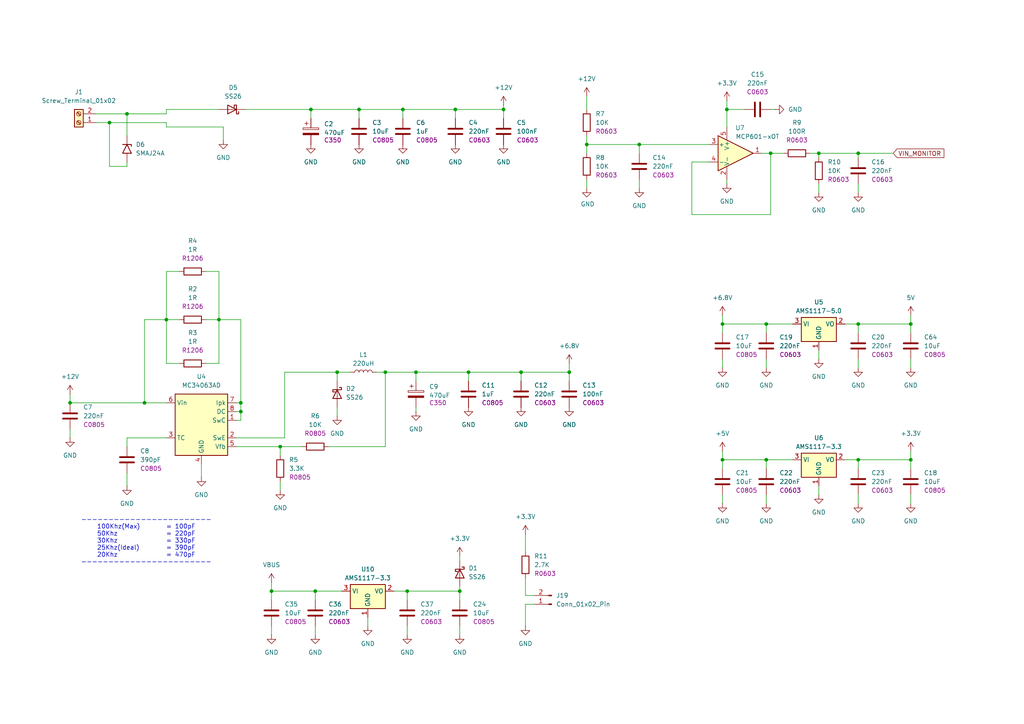
<source format=kicad_sch>
(kicad_sch (version 20250114) (generator "eeschema") (generator_version "9.0")
  (paper "A4")
  (lib_symbols
    (symbol "Amplifier_Operational:MCP601-xOT" (pin_names (offset 0.127))
      (property "Reference" "U" (at -1.27 6.35 0))
      (property "Value" "MCP601-xOT" (at -1.27 3.81 0))
      (symbol "MCP601-xOT_0_1"
        (polyline (pts (xy -5.08 5.08) (xy 5.08 0) (xy -5.08 -5.08) (xy -5.08 5.08)) (stroke (width 0.254)) (fill (type background)))
        (pin power_in line (at -2.54 7.62 270) (length 3.81) (name "V+") (number "5"))
        (pin power_in line (at -2.54 -7.62 90) (length 3.81) (name "V-") (number "2"))
      )
      (symbol "MCP601-xOT_1_1"
        (pin input line (at -7.62 2.54 0) (length 2.54) (name "+") (number "3"))
        (pin input line (at -7.62 -2.54 0) (length 2.54) (name "-") (number "4"))
        (pin output line (at 7.62 0 180) (length 2.54) (name "~") (number "1"))
      )
    )
    (symbol "Connector:Conn_01x02_Pin" (pin_names (offset 1.016) (hide yes))
      (property "Reference" "J" (at 0 2.54 0))
      (property "Value" "Conn_01x02_Pin" (at 0 -5.08 0))
      (symbol "Conn_01x02_Pin_1_1"
        (rectangle (start 0.8636 0.127) (end 0 -0.127) (stroke (width 0.1524)) (fill (type outline)))
        (rectangle (start 0.8636 -2.413) (end 0 -2.667) (stroke (width 0.1524)) (fill (type outline)))
        (polyline (pts (xy 1.27 0) (xy 0.8636 0)) (stroke (width 0.1524)))
        (polyline (pts (xy 1.27 -2.54) (xy 0.8636 -2.54)) (stroke (width 0.1524)))
        (pin passive line (at 5.08 0 180) (length 3.81) (name "Pin_1") (number "1"))
        (pin passive line (at 5.08 -2.54 180) (length 3.81) (name "Pin_2") (number "2"))
      )
    )
    (symbol "Connector:Screw_Terminal_01x02" (pin_names (offset 1.016) (hide yes))
      (property "Reference" "J" (at 0 2.54 0))
      (property "Value" "Screw_Terminal_01x02" (at 0 -5.08 0))
      (symbol "Screw_Terminal_01x02_1_1"
        (rectangle (start -1.27 1.27) (end 1.27 -3.81) (stroke (width 0.254)) (fill (type background)))
        (polyline (pts (xy -0.5334 0.3302) (xy 0.3302 -0.508)) (stroke (width 0.1524)))
        (polyline (pts (xy -0.5334 -2.2098) (xy 0.3302 -3.048)) (stroke (width 0.1524)))
        (polyline (pts (xy -0.3556 0.508) (xy 0.508 -0.3302)) (stroke (width 0.1524)))
        (polyline (pts (xy -0.3556 -2.032) (xy 0.508 -2.8702)) (stroke (width 0.1524)))
        (circle (center 0 0) (radius 0.635) (stroke (width 0.1524)))
        (circle (center 0 -2.54) (radius 0.635) (stroke (width 0.1524)))
        (pin passive line (at -5.08 0 0) (length 3.81) (name "Pin_1") (number "1"))
        (pin passive line (at -5.08 -2.54 0) (length 3.81) (name "Pin_2") (number "2"))
      )
    )
    (symbol "Device:C" (pin_numbers (hide yes)) (pin_names (offset 0.254))
      (property "Reference" "C" (at 0.635 2.54 0))
      (property "Value" "C" (at 0.635 -2.54 0))
      (symbol "C_0_1"
        (polyline (pts (xy -2.032 0.762) (xy 2.032 0.762)) (stroke (width 0.508)))
        (polyline (pts (xy -2.032 -0.762) (xy 2.032 -0.762)) (stroke (width 0.508)))
      )
      (symbol "C_1_1"
        (pin passive line (at 0 3.81 270) (length 2.794) (name "~") (number "1"))
        (pin passive line (at 0 -3.81 90) (length 2.794) (name "~") (number "2"))
      )
    )
    (symbol "Device:C_Polarized" (pin_numbers (hide yes)) (pin_names (offset 0.254))
      (property "Reference" "C" (at 0.635 2.54 0))
      (property "Value" "C_Polarized" (at 0.635 -2.54 0))
      (symbol "C_Polarized_0_1"
        (rectangle (start -2.286 0.508) (end 2.286 1.016))
        (polyline (pts (xy -1.778 2.286) (xy -0.762 2.286)))
        (polyline (pts (xy -1.27 2.794) (xy -1.27 1.778)))
        (rectangle (start 2.286 -0.508) (end -2.286 -1.016) (fill (type outline)))
      )
      (symbol "C_Polarized_1_1"
        (pin passive line (at 0 3.81 270) (length 2.794) (name "~") (number "1"))
        (pin passive line (at 0 -3.81 90) (length 2.794) (name "~") (number "2"))
      )
    )
    (symbol "Device:L" (pin_numbers (hide yes)) (pin_names (offset 1.016) (hide yes))
      (property "Reference" "L" (at -1.27 0 90))
      (property "Value" "L" (at 1.905 0 90))
      (symbol "L_0_1"
        (arc (start 0 2.54) (mid 0.6323 1.905) (end 0 1.27))
        (arc (start 0 1.27) (mid 0.6323 0.635) (end 0 0))
        (arc (start 0 0) (mid 0.6323 -0.635) (end 0 -1.27))
        (arc (start 0 -1.27) (mid 0.6323 -1.905) (end 0 -2.54))
      )
      (symbol "L_1_1"
        (pin passive line (at 0 3.81 270) (length 1.27) (name "1") (number "1"))
        (pin passive line (at 0 -3.81 90) (length 1.27) (name "2") (number "2"))
      )
    )
    (symbol "Device:R" (pin_numbers (hide yes)) (pin_names (offset 0))
      (property "Reference" "R" (at 2.032 0 90))
      (property "Value" "R" (at 0 0 90))
      (symbol "R_0_1"
        (rectangle (start -1.016 -2.54) (end 1.016 2.54) (stroke (width 0.254)))
      )
      (symbol "R_1_1"
        (pin passive line (at 0 3.81 270) (length 1.27) (name "~") (number "1"))
        (pin passive line (at 0 -3.81 90) (length 1.27) (name "~") (number "2"))
      )
    )
    (symbol "Diode:SMAJ24A" (pin_numbers (hide yes)) (pin_names (offset 1.016) (hide yes))
      (property "Reference" "D" (at 0 2.54 0))
      (property "Value" "SMAJ24A" (at 0 -2.54 0))
      (symbol "SMAJ24A_0_1"
        (polyline (pts (xy -0.762 1.27) (xy -1.27 1.27) (xy -1.27 -1.27)) (stroke (width 0.254)))
        (polyline (pts (xy 1.27 1.27) (xy 1.27 -1.27) (xy -1.27 0) (xy 1.27 1.27)) (stroke (width 0.254)))
      )
      (symbol "SMAJ24A_1_1"
        (pin passive line (at -3.81 0 0) (length 2.54) (name "A1") (number "1"))
        (pin passive line (at 3.81 0 180) (length 2.54) (name "A2") (number "2"))
      )
    )
    (symbol "Diode:SS26" (pin_numbers (hide yes)) (pin_names (offset 1.016) (hide yes))
      (property "Reference" "D" (at 0 2.54 0))
      (property "Value" "SS26" (at 0 -2.54 0))
      (symbol "SS26_0_1"
        (polyline (pts (xy -1.905 0.635) (xy -1.905 1.27) (xy -1.27 1.27) (xy -1.27 -1.27) (xy -0.635 -1.27) (xy -0.635 -0.635)) (stroke (width 0.254)))
        (polyline (pts (xy 1.27 1.27) (xy 1.27 -1.27) (xy -1.27 0) (xy 1.27 1.27)) (stroke (width 0.254)))
        (polyline (pts (xy 1.27 0) (xy -1.27 0)))
      )
      (symbol "SS26_1_1"
        (pin passive line (at -3.81 0 0) (length 2.54) (name "K") (number "1"))
        (pin passive line (at 3.81 0 180) (length 2.54) (name "A") (number "2"))
      )
    )
    (symbol "Regulator_Linear:AMS1117-3.3"
      (property "Reference" "U" (at -3.81 3.175 0))
      (property "Value" "AMS1117-3.3" (at 0 3.175 0))
      (symbol "AMS1117-3.3_0_1"
        (rectangle (start -5.08 -5.08) (end 5.08 1.905) (stroke (width 0.254)) (fill (type background)))
      )
      (symbol "AMS1117-3.3_1_1"
        (pin power_in line (at -7.62 0 0) (length 2.54) (name "VI") (number "3"))
        (pin power_in line (at 0 -7.62 90) (length 2.54) (name "GND") (number "1"))
        (pin power_out line (at 7.62 0 180) (length 2.54) (name "VO") (number "2"))
      )
    )
    (symbol "Regulator_Linear:AMS1117-5.0"
      (property "Reference" "U" (at -3.81 3.175 0))
      (property "Value" "AMS1117-5.0" (at 0 3.175 0))
      (symbol "AMS1117-5.0_0_1"
        (rectangle (start -5.08 -5.08) (end 5.08 1.905) (stroke (width 0.254)) (fill (type background)))
      )
      (symbol "AMS1117-5.0_1_1"
        (pin power_in line (at -7.62 0 0) (length 2.54) (name "VI") (number "3"))
        (pin power_in line (at 0 -7.62 90) (length 2.54) (name "GND") (number "1"))
        (pin power_out line (at 7.62 0 180) (length 2.54) (name "VO") (number "2"))
      )
    )
    (symbol "Regulator_Switching:MC34063AD"
      (property "Reference" "U" (at -7.62 8.89 0))
      (property "Value" "MC34063AD" (at 0 8.89 0))
      (symbol "MC34063AD_0_1"
        (rectangle (start -7.62 7.62) (end 7.62 -10.16) (stroke (width 0.254)) (fill (type background)))
      )
      (symbol "MC34063AD_1_1"
        (pin power_in line (at -10.16 5.08 0) (length 2.54) (name "Vin") (number "6"))
        (pin passive line (at -10.16 -5.08 0) (length 2.54) (name "TC") (number "3"))
        (pin power_in line (at 0 -12.7 90) (length 2.54) (name "GND") (number "4"))
        (pin input line (at 10.16 5.08 180) (length 2.54) (name "Ipk") (number "7"))
        (pin open_collector line (at 10.16 2.54 180) (length 2.54) (name "DC") (number "8"))
        (pin open_collector line (at 10.16 0 180) (length 2.54) (name "SwC") (number "1"))
        (pin open_emitter line (at 10.16 -5.08 180) (length 2.54) (name "SwE") (number "2"))
        (pin input line (at 10.16 -7.62 180) (length 2.54) (name "Vfb") (number "5"))
      )
    )
    (symbol "power:+3.3V" (power) (pin_numbers (hide yes)) (pin_names (offset 0) (hide yes))
      (property "Value" "+3.3V" (at 0 3.556 0))
      (symbol "+3.3V_0_1"
        (polyline (pts (xy -0.762 1.27) (xy 0 2.54)))
        (polyline (pts (xy 0 2.54) (xy 0.762 1.27)))
        (polyline (pts (xy 0 0) (xy 0 2.54)))
      )
      (symbol "+3.3V_1_1"
        (pin power_in line (at 0 0 90) (length 0) (name "~") (number "1"))
      )
    )
    (symbol "power:GND" (power) (pin_numbers (hide yes)) (pin_names (offset 0) (hide yes))
      (property "Value" "GND" (at 0 -3.81 0))
      (symbol "GND_0_1"
        (polyline (pts (xy 0 0) (xy 0 -1.27) (xy 1.27 -1.27) (xy 0 -2.54) (xy -1.27 -1.27) (xy 0 -1.27)))
      )
      (symbol "GND_1_1"
        (pin power_in line (at 0 0 270) (length 0) (name "~") (number "1"))
      )
    )
  )
  (text "------------------------\n100Khz(Max) 	= 100pF\n50Khz 			= 220pF\n30Khz			= 330pF\n25Khz(Ideal) 	= 390pF\n20Khz			= 470pF\n------------------------" (at 42.418 156.972 0) (effects (font (size 1.27 1.27))))
  (junction (at 48.26 92.71))
  (junction (at 237.49 44.45))
  (junction (at 248.92 133.35))
  (junction (at 210.82 31.75))
  (junction (at 185.42 41.91))
  (junction (at 91.44 171.45))
  (junction (at 81.28 129.54))
  (junction (at 135.89 107.95))
  (junction (at 146.05 31.75))
  (junction (at 31.75 35.56))
  (junction (at 151.13 107.95))
  (junction (at 120.65 107.95))
  (junction (at 36.83 33.02))
  (junction (at 132.08 31.75))
  (junction (at 69.85 119.38))
  (junction (at 209.55 133.35))
  (junction (at 78.74 171.45))
  (junction (at 111.76 107.95))
  (junction (at 97.79 107.95))
  (junction (at 165.1 107.95))
  (junction (at 90.17 31.75))
  (junction (at 264.16 93.98))
  (junction (at 222.25 133.35))
  (junction (at 69.85 116.84))
  (junction (at 209.55 93.98))
  (junction (at 223.52 44.45))
  (junction (at 264.16 133.35))
  (junction (at 104.14 31.75))
  (junction (at 63.5 92.71))
  (junction (at 116.84 31.75))
  (junction (at 41.91 116.84))
  (junction (at 133.35 171.45))
  (junction (at 248.92 93.98))
  (junction (at 20.32 116.84))
  (junction (at 118.11 171.45))
  (junction (at 222.25 93.98))
  (junction (at 170.18 41.91))
  (junction (at 248.92 44.45))
  (wire (pts (xy 209.55 93.98) (xy 222.25 93.98)))
  (wire (pts (xy 132.08 31.75) (xy 146.05 31.75)))
  (wire (pts (xy 248.92 133.35) (xy 248.92 135.89)))
  (wire (pts (xy 185.42 41.91) (xy 205.74 41.91)))
  (wire (pts (xy 78.74 171.45) (xy 78.74 173.99)))
  (wire (pts (xy 222.25 96.52) (xy 222.25 93.98)))
  (wire (pts (xy 36.83 33.02) (xy 48.26 33.02)))
  (wire (pts (xy 36.83 129.54) (xy 36.83 127)))
  (wire (pts (xy 133.35 171.45) (xy 133.35 173.99)))
  (wire (pts (xy 223.52 44.45) (xy 227.33 44.45)))
  (wire (pts (xy 248.92 93.98) (xy 264.16 93.98)))
  (wire (pts (xy 69.85 121.92) (xy 69.85 119.38)))
  (wire (pts (xy 152.4 175.26) (xy 152.4 181.61)))
  (wire (pts (xy 248.92 53.34) (xy 248.92 55.88)))
  (wire (pts (xy 264.16 91.44) (xy 264.16 93.98)))
  (wire (pts (xy 152.4 175.26) (xy 154.94 175.26)))
  (wire (pts (xy 209.55 91.44) (xy 209.55 93.98)))
  (wire (pts (xy 264.16 104.14) (xy 264.16 106.68)))
  (wire (pts (xy 223.52 31.75) (xy 224.79 31.75)))
  (wire (pts (xy 82.55 107.95) (xy 82.55 127)))
  (wire (pts (xy 48.26 92.71) (xy 48.26 105.41)))
  (wire (pts (xy 52.07 78.74) (xy 48.26 78.74)))
  (wire (pts (xy 90.17 31.75) (xy 104.14 31.75)))
  (wire (pts (xy 69.85 116.84) (xy 68.58 116.84)))
  (wire (pts (xy 222.25 104.14) (xy 222.25 106.68)))
  (wire (pts (xy 82.55 107.95) (xy 97.79 107.95)))
  (wire (pts (xy 210.82 31.75) (xy 215.9 31.75)))
  (wire (pts (xy 170.18 27.94) (xy 170.18 31.75)))
  (wire (pts (xy 63.5 105.41) (xy 63.5 92.71)))
  (wire (pts (xy 237.49 45.72) (xy 237.49 44.45)))
  (wire (pts (xy 223.52 62.23) (xy 223.52 44.45)))
  (wire (pts (xy 248.92 44.45) (xy 259.08 44.45)))
  (wire (pts (xy 48.26 78.74) (xy 48.26 92.71)))
  (wire (pts (xy 63.5 92.71) (xy 63.5 78.74)))
  (wire (pts (xy 68.58 127) (xy 82.55 127)))
  (wire (pts (xy 133.35 161.29) (xy 133.35 162.56)))
  (wire (pts (xy 81.28 129.54) (xy 87.63 129.54)))
  (wire (pts (xy 27.94 33.02) (xy 36.83 33.02)))
  (wire (pts (xy 97.79 107.95) (xy 97.79 110.49)))
  (wire (pts (xy 58.42 134.62) (xy 58.42 138.43)))
  (wire (pts (xy 264.16 143.51) (xy 264.16 146.05)))
  (wire (pts (xy 97.79 107.95) (xy 101.6 107.95)))
  (wire (pts (xy 200.66 62.23) (xy 223.52 62.23)))
  (wire (pts (xy 152.4 167.64) (xy 152.4 172.72)))
  (wire (pts (xy 264.16 130.81) (xy 264.16 133.35)))
  (wire (pts (xy 248.92 133.35) (xy 264.16 133.35)))
  (wire (pts (xy 132.08 31.75) (xy 132.08 34.29)))
  (wire (pts (xy 205.74 46.99) (xy 200.66 46.99)))
  (wire (pts (xy 69.85 119.38) (xy 69.85 116.84)))
  (wire (pts (xy 237.49 140.97) (xy 237.49 143.51)))
  (wire (pts (xy 48.26 92.71) (xy 41.91 92.71)))
  (wire (pts (xy 68.58 119.38) (xy 69.85 119.38)))
  (wire (pts (xy 81.28 139.7) (xy 81.28 142.24)))
  (wire (pts (xy 91.44 171.45) (xy 99.06 171.45)))
  (wire (pts (xy 185.42 41.91) (xy 170.18 41.91)))
  (wire (pts (xy 48.26 36.83) (xy 64.77 36.83)))
  (wire (pts (xy 41.91 92.71) (xy 41.91 116.84)))
  (wire (pts (xy 48.26 92.71) (xy 52.07 92.71)))
  (wire (pts (xy 71.12 31.75) (xy 90.17 31.75)))
  (wire (pts (xy 248.92 93.98) (xy 248.92 96.52)))
  (wire (pts (xy 118.11 171.45) (xy 118.11 173.99)))
  (wire (pts (xy 133.35 170.18) (xy 133.35 171.45)))
  (wire (pts (xy 146.05 30.48) (xy 146.05 31.75)))
  (wire (pts (xy 78.74 168.91) (xy 78.74 171.45)))
  (wire (pts (xy 264.16 133.35) (xy 264.16 135.89)))
  (wire (pts (xy 69.85 116.84) (xy 69.85 92.71)))
  (wire (pts (xy 90.17 34.29) (xy 90.17 31.75)))
  (wire (pts (xy 152.4 172.72) (xy 154.94 172.72)))
  (wire (pts (xy 69.85 92.71) (xy 63.5 92.71)))
  (wire (pts (xy 222.25 133.35) (xy 229.87 133.35)))
  (wire (pts (xy 151.13 110.49) (xy 151.13 107.95)))
  (wire (pts (xy 222.25 143.51) (xy 222.25 146.05)))
  (wire (pts (xy 133.35 181.61) (xy 133.35 184.15)))
  (wire (pts (xy 165.1 110.49) (xy 165.1 107.95)))
  (wire (pts (xy 111.76 107.95) (xy 111.76 129.54)))
  (wire (pts (xy 20.32 124.46) (xy 20.32 127)))
  (wire (pts (xy 237.49 53.34) (xy 237.49 55.88)))
  (wire (pts (xy 222.25 135.89) (xy 222.25 133.35)))
  (wire (pts (xy 120.65 110.49) (xy 120.65 107.95)))
  (wire (pts (xy 118.11 181.61) (xy 118.11 184.15)))
  (wire (pts (xy 248.92 45.72) (xy 248.92 44.45)))
  (wire (pts (xy 64.77 40.64) (xy 64.77 36.83)))
  (wire (pts (xy 63.5 78.74) (xy 59.69 78.74)))
  (wire (pts (xy 20.32 116.84) (xy 41.91 116.84)))
  (wire (pts (xy 210.82 52.07) (xy 210.82 53.34)))
  (wire (pts (xy 152.4 154.94) (xy 152.4 160.02)))
  (wire (pts (xy 104.14 31.75) (xy 104.14 34.29)))
  (wire (pts (xy 185.42 44.45) (xy 185.42 41.91)))
  (wire (pts (xy 209.55 93.98) (xy 209.55 96.52)))
  (wire (pts (xy 245.11 93.98) (xy 248.92 93.98)))
  (wire (pts (xy 151.13 107.95) (xy 135.89 107.95)))
  (wire (pts (xy 36.83 46.99) (xy 36.83 48.26)))
  (wire (pts (xy 264.16 93.98) (xy 264.16 96.52)))
  (wire (pts (xy 111.76 107.95) (xy 120.65 107.95)))
  (wire (pts (xy 109.22 107.95) (xy 111.76 107.95)))
  (wire (pts (xy 200.66 46.99) (xy 200.66 62.23)))
  (wire (pts (xy 248.92 143.51) (xy 248.92 146.05)))
  (wire (pts (xy 248.92 104.14) (xy 248.92 106.68)))
  (wire (pts (xy 222.25 93.98) (xy 229.87 93.98)))
  (wire (pts (xy 237.49 44.45) (xy 234.95 44.45)))
  (wire (pts (xy 91.44 173.99) (xy 91.44 171.45)))
  (wire (pts (xy 209.55 143.51) (xy 209.55 146.05)))
  (wire (pts (xy 165.1 105.41) (xy 165.1 107.95)))
  (wire (pts (xy 120.65 118.11) (xy 120.65 119.38)))
  (wire (pts (xy 68.58 121.92) (xy 69.85 121.92)))
  (wire (pts (xy 78.74 171.45) (xy 91.44 171.45)))
  (wire (pts (xy 237.49 101.6) (xy 237.49 104.14)))
  (wire (pts (xy 91.44 181.61) (xy 91.44 184.15)))
  (wire (pts (xy 104.14 31.75) (xy 116.84 31.75)))
  (wire (pts (xy 36.83 127) (xy 48.26 127)))
  (wire (pts (xy 185.42 52.07) (xy 185.42 54.61)))
  (wire (pts (xy 135.89 110.49) (xy 135.89 107.95)))
  (wire (pts (xy 36.83 137.16) (xy 36.83 140.97)))
  (wire (pts (xy 106.68 179.07) (xy 106.68 181.61)))
  (wire (pts (xy 97.79 118.11) (xy 97.79 120.65)))
  (wire (pts (xy 210.82 29.21) (xy 210.82 31.75)))
  (wire (pts (xy 31.75 35.56) (xy 31.75 48.26)))
  (wire (pts (xy 209.55 104.14) (xy 209.55 106.68)))
  (wire (pts (xy 223.52 44.45) (xy 220.98 44.45)))
  (wire (pts (xy 36.83 48.26) (xy 31.75 48.26)))
  (wire (pts (xy 248.92 44.45) (xy 237.49 44.45)))
  (wire (pts (xy 27.94 35.56) (xy 31.75 35.56)))
  (wire (pts (xy 36.83 33.02) (xy 36.83 39.37)))
  (wire (pts (xy 48.26 105.41) (xy 52.07 105.41)))
  (wire (pts (xy 114.3 171.45) (xy 118.11 171.45)))
  (wire (pts (xy 210.82 31.75) (xy 210.82 36.83)))
  (wire (pts (xy 20.32 114.3) (xy 20.32 116.84)))
  (wire (pts (xy 31.75 35.56) (xy 48.26 35.56)))
  (wire (pts (xy 81.28 129.54) (xy 81.28 132.08)))
  (wire (pts (xy 78.74 181.61) (xy 78.74 184.15)))
  (wire (pts (xy 95.25 129.54) (xy 111.76 129.54)))
  (wire (pts (xy 116.84 31.75) (xy 132.08 31.75)))
  (wire (pts (xy 48.26 35.56) (xy 48.26 36.83)))
  (wire (pts (xy 146.05 31.75) (xy 146.05 34.29)))
  (wire (pts (xy 209.55 130.81) (xy 209.55 133.35)))
  (wire (pts (xy 170.18 39.37) (xy 170.18 41.91)))
  (wire (pts (xy 41.91 116.84) (xy 48.26 116.84)))
  (wire (pts (xy 170.18 41.91) (xy 170.18 44.45)))
  (wire (pts (xy 118.11 171.45) (xy 133.35 171.45)))
  (wire (pts (xy 209.55 133.35) (xy 222.25 133.35)))
  (wire (pts (xy 120.65 107.95) (xy 135.89 107.95)))
  (wire (pts (xy 59.69 92.71) (xy 63.5 92.71)))
  (wire (pts (xy 48.26 33.02) (xy 48.26 31.75)))
  (wire (pts (xy 165.1 107.95) (xy 151.13 107.95)))
  (wire (pts (xy 245.11 133.35) (xy 248.92 133.35)))
  (wire (pts (xy 59.69 105.41) (xy 63.5 105.41)))
  (wire (pts (xy 68.58 129.54) (xy 81.28 129.54)))
  (wire (pts (xy 209.55 133.35) (xy 209.55 135.89)))
  (wire (pts (xy 170.18 52.07) (xy 170.18 54.61)))
  (wire (pts (xy 116.84 31.75) (xy 116.84 34.29)))
  (wire (pts (xy 48.26 31.75) (xy 63.5 31.75)))
  (global_label "VIN_MONITOR" (shape input) (at 259.08 44.45 0) (property "Intersheetrefs" "${INTERSHEET_REFS}" (effects (hide yes))))
  (symbol (lib_id "power:GND") (at 151.13 118.11 0) (unit 1)
    (property "Reference" "#PWR017" (effects (hide yes)))
    (property "Value" "GND" (at 151.13 123.19 0))
    (property "Description" "Power symbol creates a global label with name \"GND\" , ground" (effects (hide yes)))
  )
  (symbol (lib_id "power:GND") (at 106.68 181.61 0) (unit 1)
    (property "Reference" "#PWR073" (effects (hide yes)))
    (property "Value" "GND" (at 106.68 186.69 0))
    (property "Description" "Power symbol creates a global label with name \"GND\" , ground" (effects (hide yes)))
  )
  (symbol (lib_id "Device:R") (at 170.18 35.56 0) (unit 1)
    (property "Reference" "R7" (at 172.72 33.0199 0) (effects (justify left)))
    (property "Value" "10K" (at 172.72 35.5599 0) (effects (justify left)))
    (property "Footprint" "Resistor_SMD:R_0603_1608Metric" (effects (hide yes)))
    (property "Description" "Resistor" (effects (hide yes)))
    (property "Package" "R0603" (at 172.72 38.0999 0) (effects (justify left)))
  )
  (symbol (lib_id "power:GND") (at 152.4 181.61 0) (unit 1)
    (property "Reference" "#PWR049" (effects (hide yes)))
    (property "Value" "GND" (at 152.4 186.69 0))
    (property "Description" "Power symbol creates a global label with name \"GND\" , ground" (effects (hide yes)))
  )
  (symbol (lib_id "power:+3.3V") (at 264.16 91.44 0) (unit 1)
    (property "Reference" "#PWR035" (effects (hide yes)))
    (property "Value" "5V" (at 264.16 86.36 0))
    (property "Description" "Power symbol creates a global label with name \"+3.3V\"" (effects (hide yes)))
  )
  (symbol (lib_id "Device:R") (at 231.14 44.45 90) (unit 1)
    (property "Reference" "R9" (at 231.14 35.56 90))
    (property "Value" "100R" (at 231.14 38.1 90))
    (property "Footprint" "Resistor_SMD:R_0603_1608Metric" (effects (hide yes)))
    (property "Description" "Resistor" (effects (hide yes)))
    (property "Package" "R0603" (at 231.14 40.64 90))
  )
  (symbol (lib_id "power:+3.3V") (at 20.32 114.3 0) (unit 1)
    (property "Reference" "#PWR010" (effects (hide yes)))
    (property "Value" "+12V" (at 20.32 109.22 0))
    (property "Description" "Power symbol creates a global label with name \"+3.3V\"" (effects (hide yes)))
  )
  (symbol (lib_id "Device:C") (at 165.1 114.3 0) (unit 1)
    (property "Reference" "C13" (at 168.91 111.7599 0) (effects (justify left)))
    (property "Value" "100nF" (at 168.91 114.2999 0) (effects (justify left)))
    (property "Footprint" "Capacitor_SMD:C_0603_1608Metric" (effects (hide yes)))
    (property "Description" "Unpolarized capacitor" (effects (hide yes)))
    (property "Package" "C0603" (at 168.91 116.8399 0) (effects (justify left)))
  )
  (symbol (lib_id "power:+3.3V") (at 133.35 161.29 0) (unit 1)
    (property "Reference" "#PWR075" (effects (hide yes)))
    (property "Value" "+3.3V" (at 133.35 156.21 0))
    (property "Description" "Power symbol creates a global label with name \"+3.3V\"" (effects (hide yes)))
  )
  (symbol (lib_id "power:GND") (at 135.89 118.11 0) (unit 1)
    (property "Reference" "#PWR016" (effects (hide yes)))
    (property "Value" "GND" (at 135.89 123.19 0))
    (property "Description" "Power symbol creates a global label with name \"GND\" , ground" (effects (hide yes)))
  )
  (symbol (lib_id "Device:R") (at 81.28 135.89 180) (unit 1)
    (property "Reference" "R5" (at 83.82 133.3499 0) (effects (justify right)))
    (property "Value" "3.3K" (at 83.82 135.8899 0) (effects (justify right)))
    (property "Footprint" "Resistor_SMD:R_0805_2012Metric" (effects (hide yes)))
    (property "Description" "Resistor" (effects (hide yes)))
    (property "Package" "R0805" (at 83.82 138.4299 0) (effects (justify right)))
  )
  (symbol (lib_id "power:+3.3V") (at 146.05 30.48 0) (unit 1)
    (property "Reference" "#PWR09" (effects (hide yes)))
    (property "Value" "+12V" (at 146.05 25.4 0))
    (property "Description" "Power symbol creates a global label with name \"+3.3V\"" (effects (hide yes)))
  )
  (symbol (lib_id "power:GND") (at 116.84 41.91 0) (unit 1)
    (property "Reference" "#PWR06" (effects (hide yes)))
    (property "Value" "GND" (at 116.84 46.99 0))
    (property "Description" "Power symbol creates a global label with name \"GND\" , ground" (effects (hide yes)))
  )
  (symbol (lib_id "Diode:SS26") (at 133.35 166.37 270) (unit 1)
    (property "Reference" "D1" (at 135.89 164.7824 90) (effects (justify left)))
    (property "Value" "SS26" (at 135.89 167.3224 90) (effects (justify left)))
    (property "Footprint" "Diode_SMD:D_SMA" (effects (hide yes)))
    (property "Datasheet" "https://www.vishay.com/docs/88748/ss22.pdf" (effects (hide yes)))
    (property "Description" "60V 2A Schottky Diode, SMA" (effects (hide yes)))
  )
  (symbol (lib_id "Device:R") (at 170.18 48.26 0) (unit 1)
    (property "Reference" "R8" (at 172.72 45.7199 0) (effects (justify left)))
    (property "Value" "10K" (at 172.72 48.2599 0) (effects (justify left)))
    (property "Footprint" "Resistor_SMD:R_0603_1608Metric" (effects (hide yes)))
    (property "Description" "Resistor" (effects (hide yes)))
    (property "Package" "R0603" (at 172.72 50.7999 0) (effects (justify left)))
  )
  (symbol (lib_id "power:GND") (at 20.32 127 0) (unit 1)
    (property "Reference" "#PWR014" (effects (hide yes)))
    (property "Value" "GND" (at 20.32 132.08 0))
    (property "Description" "Power symbol creates a global label with name \"GND\" , ground" (effects (hide yes)))
  )
  (symbol (lib_id "Device:C") (at 78.74 177.8 0) (unit 1)
    (property "Reference" "C35" (at 82.55 175.2599 0) (effects (justify left)))
    (property "Value" "10uF" (at 82.55 177.7999 0) (effects (justify left)))
    (property "Footprint" "Capacitor_SMD:C_0805_2012Metric" (effects (hide yes)))
    (property "Description" "Unpolarized capacitor" (effects (hide yes)))
    (property "Package" "C0805" (at 82.55 180.3399 0) (effects (justify left)))
  )
  (symbol (lib_id "Regulator_Linear:AMS1117-3.3") (at 106.68 171.45 0) (unit 1)
    (property "Reference" "U10" (at 106.68 165.1 0))
    (property "Value" "AMS1117-3.3" (at 106.68 167.64 0))
    (property "Footprint" "Package_TO_SOT_SMD:SOT-223-3_TabPin2" (effects (hide yes)))
    (property "Datasheet" "http://www.advanced-monolithic.com/pdf/ds1117.pdf" (effects (hide yes)))
    (property "Description" "1A Low Dropout regulator, positive, 3.3V fixed output, SOT-223" (effects (hide yes)))
  )
  (symbol (lib_id "Device:C") (at 209.55 100.33 0) (unit 1)
    (property "Reference" "C17" (at 213.36 97.7899 0) (effects (justify left)))
    (property "Value" "10uF" (at 213.36 100.3299 0) (effects (justify left)))
    (property "Footprint" "Capacitor_SMD:C_0805_2012Metric" (effects (hide yes)))
    (property "Description" "Unpolarized capacitor" (effects (hide yes)))
    (property "Package" "C0805" (at 213.36 102.8699 0) (effects (justify left)))
  )
  (symbol (lib_id "power:GND") (at 224.79 31.75 90) (unit 1)
    (property "Reference" "#PWR028" (effects (hide yes)))
    (property "Value" "GND" (at 228.6 31.7499 90) (effects (justify right)))
    (property "Description" "Power symbol creates a global label with name \"GND\" , ground" (effects (hide yes)))
  )
  (symbol (lib_id "power:GND") (at 97.79 120.65 0) (unit 1)
    (property "Reference" "#PWR015" (effects (hide yes)))
    (property "Value" "GND" (at 97.79 125.73 0))
    (property "Description" "Power symbol creates a global label with name \"GND\" , ground" (effects (hide yes)))
  )
  (symbol (lib_id "Device:C") (at 219.71 31.75 90) (unit 1)
    (property "Reference" "C15" (at 219.71 21.59 90))
    (property "Value" "220nF" (at 219.71 24.13 90))
    (property "Footprint" "Capacitor_SMD:C_0603_1608Metric" (effects (hide yes)))
    (property "Description" "Unpolarized capacitor" (effects (hide yes)))
    (property "Package" "C0603" (at 219.71 26.67 90))
  )
  (symbol (lib_id "Regulator_Switching:MC34063AD") (at 58.42 121.92 0) (unit 1)
    (property "Reference" "U4" (at 58.42 109.22 0))
    (property "Value" "MC34063AD" (at 58.42 111.76 0))
    (property "Footprint" "Package_SO:SOIC-8_3.9x4.9mm_P1.27mm" (effects (hide yes)))
    (property "Datasheet" "http://www.onsemi.com/pub_link/Collateral/MC34063A-D.PDF" (effects (hide yes)))
    (property "Description" "1.5A, step-up/down/inverting switching regulator, 3-40V Vin, 100kHz, SO-8" (effects (hide yes)))
  )
  (symbol (lib_id "Device:C_Polarized") (at 120.65 114.3 0) (unit 1)
    (property "Reference" "C9" (at 124.46 112.1409 0) (effects (justify left)))
    (property "Value" "470uF" (at 124.46 114.6809 0) (effects (justify left)))
    (property "Footprint" "Capacitor_THT:CP_Radial_D8.0mm_P3.50mm" (effects (hide yes)))
    (property "Description" "Polarized capacitor" (effects (hide yes)))
    (property "Package" "C350" (at 127 116.84 0))
  )
  (symbol (lib_id "Device:R") (at 237.49 49.53 0) (unit 1)
    (property "Reference" "R10" (at 240.03 46.9899 0) (effects (justify left)))
    (property "Value" "10K" (at 240.03 49.5299 0) (effects (justify left)))
    (property "Footprint" "Resistor_SMD:R_0603_1608Metric" (effects (hide yes)))
    (property "Description" "Resistor" (effects (hide yes)))
    (property "Package" "R0603" (at 240.03 52.0699 0) (effects (justify left)))
  )
  (symbol (lib_id "Device:C") (at 248.92 139.7 0) (unit 1)
    (property "Reference" "C23" (at 252.73 137.1599 0) (effects (justify left)))
    (property "Value" "220nF" (at 252.73 139.6999 0) (effects (justify left)))
    (property "Footprint" "Capacitor_SMD:C_0603_1608Metric" (effects (hide yes)))
    (property "Description" "Unpolarized capacitor" (effects (hide yes)))
    (property "Package" "C0603" (at 252.73 142.2399 0) (effects (justify left)))
  )
  (symbol (lib_id "power:GND") (at 170.18 54.61 0) (unit 1)
    (property "Reference" "#PWR024" (effects (hide yes)))
    (property "Value" "GND" (at 170.434 59.182 0))
    (property "Description" "Power symbol creates a global label with name \"GND\" , ground" (effects (hide yes)))
  )
  (symbol (lib_id "power:GND") (at 90.17 41.91 0) (unit 1)
    (property "Reference" "#PWR04" (effects (hide yes)))
    (property "Value" "GND" (at 90.17 46.99 0))
    (property "Description" "Power symbol creates a global label with name \"GND\" , ground" (effects (hide yes)))
  )
  (symbol (lib_id "power:GND") (at 248.92 106.68 0) (unit 1)
    (property "Reference" "#PWR039" (effects (hide yes)))
    (property "Value" "GND" (at 248.92 111.76 0))
    (property "Description" "Power symbol creates a global label with name \"GND\" , ground" (effects (hide yes)))
  )
  (symbol (lib_id "power:GND") (at 146.05 41.91 0) (unit 1)
    (property "Reference" "#PWR08" (effects (hide yes)))
    (property "Value" "GND" (at 146.05 46.99 0))
    (property "Description" "Power symbol creates a global label with name \"GND\" , ground" (effects (hide yes)))
  )
  (symbol (lib_id "power:GND") (at 104.14 41.91 0) (unit 1)
    (property "Reference" "#PWR05" (effects (hide yes)))
    (property "Value" "GND" (at 104.14 46.99 0))
    (property "Description" "Power symbol creates a global label with name \"GND\" , ground" (effects (hide yes)))
  )
  (symbol (lib_id "Device:C") (at 264.16 139.7 0) (unit 1)
    (property "Reference" "C18" (at 267.97 137.1599 0) (effects (justify left)))
    (property "Value" "10uF" (at 267.97 139.6999 0) (effects (justify left)))
    (property "Footprint" "Capacitor_SMD:C_0805_2012Metric" (effects (hide yes)))
    (property "Description" "Unpolarized capacitor" (effects (hide yes)))
    (property "Package" "C0805" (at 267.97 142.2399 0) (effects (justify left)))
  )
  (symbol (lib_id "power:GND") (at 248.92 55.88 0) (unit 1)
    (property "Reference" "#PWR033" (effects (hide yes)))
    (property "Value" "GND" (at 248.92 60.96 0))
    (property "Description" "Power symbol creates a global label with name \"GND\" , ground" (effects (hide yes)))
  )
  (symbol (lib_id "Device:C") (at 248.92 49.53 0) (unit 1)
    (property "Reference" "C16" (at 252.73 46.9899 0) (effects (justify left)))
    (property "Value" "220nF" (at 252.73 49.5299 0) (effects (justify left)))
    (property "Footprint" "Capacitor_SMD:C_0603_1608Metric" (effects (hide yes)))
    (property "Description" "Unpolarized capacitor" (effects (hide yes)))
    (property "Package" "C0603" (at 252.73 52.0699 0) (effects (justify left)))
  )
  (symbol (lib_id "power:+3.3V") (at 170.18 27.94 0) (unit 1)
    (property "Reference" "#PWR023" (effects (hide yes)))
    (property "Value" "+12V" (at 170.18 22.86 0))
    (property "Description" "Power symbol creates a global label with name \"+3.3V\"" (effects (hide yes)))
  )
  (symbol (lib_id "Device:C") (at 132.08 38.1 0) (unit 1)
    (property "Reference" "C4" (at 135.89 35.5599 0) (effects (justify left)))
    (property "Value" "220nF" (at 135.89 38.0999 0) (effects (justify left)))
    (property "Footprint" "Capacitor_SMD:C_0603_1608Metric" (effects (hide yes)))
    (property "Description" "Unpolarized capacitor" (effects (hide yes)))
    (property "Package" "C0603" (at 135.89 40.6399 0) (effects (justify left)))
  )
  (symbol (lib_id "Device:C_Polarized") (at 90.17 38.1 0) (unit 1)
    (property "Reference" "C2" (at 93.98 35.9409 0) (effects (justify left)))
    (property "Value" "470uF" (at 93.98 38.4809 0) (effects (justify left)))
    (property "Footprint" "Capacitor_THT:CP_Radial_D8.0mm_P3.50mm" (effects (hide yes)))
    (property "Description" "Polarized capacitor" (effects (hide yes)))
    (property "Package" "C350" (at 96.52 40.64 0))
  )
  (symbol (lib_id "Connector:Conn_01x02_Pin") (at 160.02 175.26 180) (unit 1)
    (property "Reference" "J19" (at 161.29 172.7199 0) (effects (justify right)))
    (property "Value" "Conn_01x02_Pin" (at 161.29 175.2599 0) (effects (justify right)))
    (property "Footprint" "Connector_PinHeader_2.54mm:PinHeader_1x02_P2.54mm_Vertical" (effects (hide yes)))
    (property "Description" "Generic connector, single row, 01x02, script generated" (effects (hide yes)))
  )
  (symbol (lib_id "Device:C") (at 151.13 114.3 0) (unit 1)
    (property "Reference" "C12" (at 154.94 111.7599 0) (effects (justify left)))
    (property "Value" "220nF" (at 154.94 114.2999 0) (effects (justify left)))
    (property "Footprint" "Capacitor_SMD:C_0603_1608Metric" (effects (hide yes)))
    (property "Description" "Unpolarized capacitor" (effects (hide yes)))
    (property "Package" "C0603" (at 154.94 116.8399 0) (effects (justify left)))
  )
  (symbol (lib_id "power:GND") (at 120.65 119.38 0) (unit 1)
    (property "Reference" "#PWR021" (effects (hide yes)))
    (property "Value" "GND" (at 120.65 124.46 0))
    (property "Description" "Power symbol creates a global label with name \"GND\" , ground" (effects (hide yes)))
  )
  (symbol (lib_id "Device:R") (at 55.88 78.74 90) (unit 1)
    (property "Reference" "R4" (at 55.88 69.85 90))
    (property "Value" "1R" (at 55.88 72.39 90))
    (property "Footprint" "Resistor_SMD:R_1206_3216Metric" (effects (hide yes)))
    (property "Description" "Resistor" (effects (hide yes)))
    (property "Package" "R1206" (at 55.88 74.93 90))
  )
  (symbol (lib_id "power:+3.3V") (at 165.1 105.41 0) (unit 1)
    (property "Reference" "#PWR022" (effects (hide yes)))
    (property "Value" "+6.8V" (at 165.1 100.33 0))
    (property "Description" "Power symbol creates a global label with name \"+3.3V\"" (effects (hide yes)))
  )
  (symbol (lib_id "Device:C") (at 264.16 100.33 0) (unit 1)
    (property "Reference" "C64" (at 267.97 97.7899 0) (effects (justify left)))
    (property "Value" "10uF" (at 267.97 100.3299 0) (effects (justify left)))
    (property "Footprint" "Capacitor_SMD:C_0805_2012Metric" (effects (hide yes)))
    (property "Description" "Unpolarized capacitor" (effects (hide yes)))
    (property "Package" "C0805" (at 267.97 102.8699 0) (effects (justify left)))
  )
  (symbol (lib_id "Device:C") (at 135.89 114.3 0) (unit 1)
    (property "Reference" "C11" (at 139.7 111.7599 0) (effects (justify left)))
    (property "Value" "1uF" (at 139.7 114.2999 0) (effects (justify left)))
    (property "Footprint" "Capacitor_SMD:C_0805_2012Metric" (effects (hide yes)))
    (property "Description" "Unpolarized capacitor" (effects (hide yes)))
    (property "Package" "C0805" (at 139.7 116.8399 0) (effects (justify left)))
  )
  (symbol (lib_id "power:GND") (at 36.83 140.97 0) (unit 1)
    (property "Reference" "#PWR013" (effects (hide yes)))
    (property "Value" "GND" (at 36.83 146.05 0))
    (property "Description" "Power symbol creates a global label with name \"GND\" , ground" (effects (hide yes)))
  )
  (symbol (lib_id "Regulator_Linear:AMS1117-3.3") (at 237.49 133.35 0) (unit 1)
    (property "Reference" "U6" (at 237.49 127 0))
    (property "Value" "AMS1117-3.3" (at 237.49 129.54 0))
    (property "Footprint" "Package_TO_SOT_SMD:SOT-223-3_TabPin2" (effects (hide yes)))
    (property "Datasheet" "http://www.advanced-monolithic.com/pdf/ds1117.pdf" (effects (hide yes)))
    (property "Description" "1A Low Dropout regulator, positive, 3.3V fixed output, SOT-223" (effects (hide yes)))
  )
  (symbol (lib_id "power:GND") (at 78.74 184.15 0) (unit 1)
    (property "Reference" "#PWR071" (effects (hide yes)))
    (property "Value" "GND" (at 78.74 189.23 0))
    (property "Description" "Power symbol creates a global label with name \"GND\" , ground" (effects (hide yes)))
  )
  (symbol (lib_id "power:+3.3V") (at 78.74 168.91 0) (unit 1)
    (property "Reference" "#PWR070" (effects (hide yes)))
    (property "Value" "VBUS" (at 78.74 163.83 0))
    (property "Description" "Power symbol creates a global label with name \"+3.3V\"" (effects (hide yes)))
  )
  (symbol (lib_id "power:GND") (at 165.1 118.11 0) (unit 1)
    (property "Reference" "#PWR018" (effects (hide yes)))
    (property "Value" "GND" (at 165.1 123.19 0))
    (property "Description" "Power symbol creates a global label with name \"GND\" , ground" (effects (hide yes)))
  )
  (symbol (lib_id "Device:C") (at 222.25 100.33 0) (unit 1)
    (property "Reference" "C19" (at 226.06 97.7899 0) (effects (justify left)))
    (property "Value" "220nF" (at 226.06 100.3299 0) (effects (justify left)))
    (property "Footprint" "Capacitor_SMD:C_0603_1608Metric" (effects (hide yes)))
    (property "Description" "Unpolarized capacitor" (effects (hide yes)))
    (property "Package" "C0603" (at 226.06 102.8699 0) (effects (justify left)))
  )
  (symbol (lib_id "Device:C") (at 20.32 120.65 0) (unit 1)
    (property "Reference" "C7" (at 24.13 118.1099 0) (effects (justify left)))
    (property "Value" "220nF" (at 24.13 120.6499 0) (effects (justify left)))
    (property "Footprint" "Capacitor_SMD:C_0805_2012Metric" (effects (hide yes)))
    (property "Description" "Unpolarized capacitor" (effects (hide yes)))
    (property "Package" "C0805" (at 24.13 123.1899 0) (effects (justify left)))
  )
  (symbol (lib_id "power:GND") (at 133.35 184.15 0) (unit 1)
    (property "Reference" "#PWR076" (effects (hide yes)))
    (property "Value" "GND" (at 133.35 189.23 0))
    (property "Description" "Power symbol creates a global label with name \"GND\" , ground" (effects (hide yes)))
  )
  (symbol (lib_id "power:GND") (at 237.49 143.51 0) (unit 1)
    (property "Reference" "#PWR044" (effects (hide yes)))
    (property "Value" "GND" (at 237.49 148.59 0))
    (property "Description" "Power symbol creates a global label with name \"GND\" , ground" (effects (hide yes)))
  )
  (symbol (lib_id "Regulator_Linear:AMS1117-5.0") (at 237.49 93.98 0) (unit 1)
    (property "Reference" "U5" (at 237.49 87.63 0))
    (property "Value" "AMS1117-5.0" (at 237.49 90.17 0))
    (property "Footprint" "Package_TO_SOT_SMD:SOT-223-3_TabPin2" (effects (hide yes)))
    (property "Datasheet" "http://www.advanced-monolithic.com/pdf/ds1117.pdf" (effects (hide yes)))
    (property "Description" "1A Low Dropout regulator, positive, 5.0V fixed output, SOT-223" (effects (hide yes)))
  )
  (symbol (lib_id "Device:C") (at 118.11 177.8 0) (unit 1)
    (property "Reference" "C37" (at 121.92 175.2599 0) (effects (justify left)))
    (property "Value" "220nF" (at 121.92 177.7999 0) (effects (justify left)))
    (property "Footprint" "Capacitor_SMD:C_0603_1608Metric" (effects (hide yes)))
    (property "Description" "Unpolarized capacitor" (effects (hide yes)))
    (property "Package" "C0603" (at 121.92 180.3399 0) (effects (justify left)))
  )
  (symbol (lib_id "Device:R") (at 91.44 129.54 270) (unit 1)
    (property "Reference" "R6" (at 91.44 120.65 90))
    (property "Value" "10K" (at 91.44 123.19 90))
    (property "Footprint" "Resistor_SMD:R_0805_2012Metric" (effects (hide yes)))
    (property "Description" "Resistor" (effects (hide yes)))
    (property "Package" "R0805" (at 91.44 125.73 90))
  )
  (symbol (lib_id "Device:R") (at 55.88 92.71 90) (unit 1)
    (property "Reference" "R2" (at 55.88 83.82 90))
    (property "Value" "1R" (at 55.88 86.36 90))
    (property "Footprint" "Resistor_SMD:R_1206_3216Metric" (effects (hide yes)))
    (property "Description" "Resistor" (effects (hide yes)))
    (property "Package" "R1206" (at 55.88 88.9 90))
  )
  (symbol (lib_id "power:GND") (at 210.82 53.34 0) (unit 1)
    (property "Reference" "#PWR026" (effects (hide yes)))
    (property "Value" "GND" (at 210.82 58.42 0))
    (property "Description" "Power symbol creates a global label with name \"GND\" , ground" (effects (hide yes)))
  )
  (symbol (lib_id "Device:C") (at 248.92 100.33 0) (unit 1)
    (property "Reference" "C20" (at 252.73 97.7899 0) (effects (justify left)))
    (property "Value" "220nF" (at 252.73 100.3299 0) (effects (justify left)))
    (property "Footprint" "Capacitor_SMD:C_0603_1608Metric" (effects (hide yes)))
    (property "Description" "Unpolarized capacitor" (effects (hide yes)))
    (property "Package" "C0603" (at 252.73 102.8699 0) (effects (justify left)))
  )
  (symbol (lib_id "power:GND") (at 222.25 106.68 0) (unit 1)
    (property "Reference" "#PWR038" (effects (hide yes)))
    (property "Value" "GND" (at 222.25 111.76 0))
    (property "Description" "Power symbol creates a global label with name \"GND\" , ground" (effects (hide yes)))
  )
  (symbol (lib_id "Device:C") (at 133.35 177.8 0) (unit 1)
    (property "Reference" "C24" (at 137.16 175.2599 0) (effects (justify left)))
    (property "Value" "10uF" (at 137.16 177.7999 0) (effects (justify left)))
    (property "Footprint" "Capacitor_SMD:C_0805_2012Metric" (effects (hide yes)))
    (property "Description" "Unpolarized capacitor" (effects (hide yes)))
    (property "Package" "C0805" (at 137.16 180.3399 0) (effects (justify left)))
  )
  (symbol (lib_id "Device:C") (at 91.44 177.8 0) (unit 1)
    (property "Reference" "C36" (at 95.25 175.2599 0) (effects (justify left)))
    (property "Value" "220nF" (at 95.25 177.7999 0) (effects (justify left)))
    (property "Footprint" "Capacitor_SMD:C_0603_1608Metric" (effects (hide yes)))
    (property "Description" "Unpolarized capacitor" (effects (hide yes)))
    (property "Package" "C0603" (at 95.25 180.3399 0) (effects (justify left)))
  )
  (symbol (lib_id "power:GND") (at 264.16 106.68 0) (unit 1)
    (property "Reference" "#PWR040" (effects (hide yes)))
    (property "Value" "GND" (at 264.16 111.76 0))
    (property "Description" "Power symbol creates a global label with name \"GND\" , ground" (effects (hide yes)))
  )
  (symbol (lib_id "Device:L") (at 105.41 107.95 90) (unit 1)
    (property "Reference" "L1" (at 105.41 102.87 90))
    (property "Value" "220uH" (at 105.41 105.41 90))
    (property "Footprint" "Inductor_SMD:L_Coilcraft_MSS1210-XXX" (effects (hide yes)))
    (property "Description" "Inductor" (effects (hide yes)))
  )
  (symbol (lib_id "Device:C") (at 222.25 139.7 0) (unit 1)
    (property "Reference" "C22" (at 226.06 137.1599 0) (effects (justify left)))
    (property "Value" "220nF" (at 226.06 139.6999 0) (effects (justify left)))
    (property "Footprint" "Capacitor_SMD:C_0603_1608Metric" (effects (hide yes)))
    (property "Description" "Unpolarized capacitor" (effects (hide yes)))
    (property "Package" "C0603" (at 226.06 142.2399 0) (effects (justify left)))
  )
  (symbol (lib_id "power:GND") (at 248.92 146.05 0) (unit 1)
    (property "Reference" "#PWR045" (effects (hide yes)))
    (property "Value" "GND" (at 248.92 151.13 0))
    (property "Description" "Power symbol creates a global label with name \"GND\" , ground" (effects (hide yes)))
  )
  (symbol (lib_id "Device:C") (at 36.83 133.35 0) (unit 1)
    (property "Reference" "C8" (at 40.64 130.8099 0) (effects (justify left)))
    (property "Value" "390pF" (at 40.64 133.3499 0) (effects (justify left)))
    (property "Footprint" "Capacitor_SMD:C_0805_2012Metric" (effects (hide yes)))
    (property "Description" "Unpolarized capacitor" (effects (hide yes)))
    (property "Package" "C0805" (at 40.64 135.8899 0) (effects (justify left)))
  )
  (symbol (lib_id "power:GND") (at 132.08 41.91 0) (unit 1)
    (property "Reference" "#PWR07" (effects (hide yes)))
    (property "Value" "GND" (at 132.08 46.99 0))
    (property "Description" "Power symbol creates a global label with name \"GND\" , ground" (effects (hide yes)))
  )
  (symbol (lib_id "power:+3.3V") (at 264.16 130.81 0) (unit 1)
    (property "Reference" "#PWR046" (effects (hide yes)))
    (property "Value" "+3.3V" (at 264.16 125.73 0))
    (property "Description" "Power symbol creates a global label with name \"+3.3V\"" (effects (hide yes)))
  )
  (symbol (lib_id "power:GND") (at 81.28 142.24 0) (unit 1)
    (property "Reference" "#PWR012" (effects (hide yes)))
    (property "Value" "GND" (at 81.28 147.32 0))
    (property "Description" "Power symbol creates a global label with name \"GND\" , ground" (effects (hide yes)))
  )
  (symbol (lib_id "Amplifier_Operational:MCP601-xOT") (at 213.36 44.45 0) (unit 1)
    (property "Reference" "U7" (at 214.63 37.084 0))
    (property "Value" "MCP601-xOT" (at 219.71 39.624 0))
    (property "Footprint" "Package_TO_SOT_SMD:SOT-23-5" (effects (hide yes)))
    (property "Datasheet" "http://ww1.microchip.com/downloads/en/DeviceDoc/21314g.pdf" (effects (hide yes)))
    (property "Description" "Single 2.7V to 6.0V Single Supply CMOS Op Amps, SOT-23-5" (effects (hide yes)))
  )
  (symbol (lib_id "power:GND") (at 118.11 184.15 0) (unit 1)
    (property "Reference" "#PWR074" (effects (hide yes)))
    (property "Value" "GND" (at 118.11 189.23 0))
    (property "Description" "Power symbol creates a global label with name \"GND\" , ground" (effects (hide yes)))
  )
  (symbol (lib_id "power:+3.3V") (at 210.82 29.21 0) (unit 1)
    (property "Reference" "#PWR027" (effects (hide yes)))
    (property "Value" "+3.3V" (at 210.82 24.13 0))
    (property "Description" "Power symbol creates a global label with name \"+3.3V\"" (effects (hide yes)))
  )
  (symbol (lib_id "power:GND") (at 58.42 138.43 0) (unit 1)
    (property "Reference" "#PWR011" (effects (hide yes)))
    (property "Value" "GND" (at 58.42 143.51 0))
    (property "Description" "Power symbol creates a global label with name \"GND\" , ground" (effects (hide yes)))
  )
  (symbol (lib_id "Device:C") (at 209.55 139.7 0) (unit 1)
    (property "Reference" "C21" (at 213.36 137.1599 0) (effects (justify left)))
    (property "Value" "10uF" (at 213.36 139.6999 0) (effects (justify left)))
    (property "Footprint" "Capacitor_SMD:C_0805_2012Metric" (effects (hide yes)))
    (property "Description" "Unpolarized capacitor" (effects (hide yes)))
    (property "Package" "C0805" (at 213.36 142.2399 0) (effects (justify left)))
  )
  (symbol (lib_id "power:GND") (at 91.44 184.15 0) (unit 1)
    (property "Reference" "#PWR072" (effects (hide yes)))
    (property "Value" "GND" (at 91.44 189.23 0))
    (property "Description" "Power symbol creates a global label with name \"GND\" , ground" (effects (hide yes)))
  )
  (symbol (lib_id "Device:R") (at 152.4 163.83 0) (unit 1)
    (property "Reference" "R11" (at 154.94 161.2899 0) (effects (justify left)))
    (property "Value" "2.7K" (at 154.94 163.8299 0) (effects (justify left)))
    (property "Footprint" "Resistor_SMD:R_0603_1608Metric" (effects (hide yes)))
    (property "Description" "Resistor" (effects (hide yes)))
    (property "Package" "R0603" (at 154.94 166.3699 0) (effects (justify left)))
  )
  (symbol (lib_id "power:GND") (at 222.25 146.05 0) (unit 1)
    (property "Reference" "#PWR043" (effects (hide yes)))
    (property "Value" "GND" (at 222.25 151.13 0))
    (property "Description" "Power symbol creates a global label with name \"GND\" , ground" (effects (hide yes)))
  )
  (symbol (lib_id "power:GND") (at 237.49 55.88 0) (unit 1)
    (property "Reference" "#PWR032" (effects (hide yes)))
    (property "Value" "GND" (at 237.49 60.96 0))
    (property "Description" "Power symbol creates a global label with name \"GND\" , ground" (effects (hide yes)))
  )
  (symbol (lib_id "power:GND") (at 264.16 146.05 0) (unit 1)
    (property "Reference" "#PWR047" (effects (hide yes)))
    (property "Value" "GND" (at 264.16 151.13 0))
    (property "Description" "Power symbol creates a global label with name \"GND\" , ground" (effects (hide yes)))
  )
  (symbol (lib_id "Device:C") (at 104.14 38.1 0) (unit 1)
    (property "Reference" "C3" (at 107.95 35.5599 0) (effects (justify left)))
    (property "Value" "10uF" (at 107.95 38.0999 0) (effects (justify left)))
    (property "Footprint" "Capacitor_SMD:C_0805_2012Metric" (effects (hide yes)))
    (property "Description" "Unpolarized capacitor" (effects (hide yes)))
    (property "Package" "C0805" (at 107.95 40.6399 0) (effects (justify left)))
  )
  (symbol (lib_id "power:GND") (at 64.77 40.64 0) (unit 1)
    (property "Reference" "#PWR03" (effects (hide yes)))
    (property "Value" "GND" (at 64.77 45.72 0))
    (property "Description" "Power symbol creates a global label with name \"GND\" , ground" (effects (hide yes)))
  )
  (symbol (lib_id "power:+3.3V") (at 209.55 130.81 0) (unit 1)
    (property "Reference" "#PWR041" (effects (hide yes)))
    (property "Value" "+5V" (at 209.55 125.73 0))
    (property "Description" "Power symbol creates a global label with name \"+3.3V\"" (effects (hide yes)))
  )
  (symbol (lib_id "Diode:SMAJ24A") (at 36.83 43.18 270) (unit 1)
    (property "Reference" "D6" (at 39.37 41.9099 90) (effects (justify left)))
    (property "Value" "SMAJ24A" (at 39.37 44.4499 90) (effects (justify left)))
    (property "Footprint" "Diode_SMD:D_SMA" (effects (hide yes)))
    (property "Datasheet" "https://www.littelfuse.com/media?resourcetype=datasheets&itemid=75e32973-b177-4ee3-a0ff-cedaf1abdb93&filename=smaj-datasheet" (effects (hide yes)))
    (property "Description" "400W unidirectional Transient Voltage Suppressor, 24.0Vr, SMA(DO-214AC)" (effects (hide yes)))
  )
  (symbol (lib_id "Diode:SS26") (at 67.31 31.75 180) (unit 1)
    (property "Reference" "D5" (at 67.6275 25.4 0))
    (property "Value" "SS26" (at 67.6275 27.94 0))
    (property "Footprint" "Diode_SMD:D_SMA" (effects (hide yes)))
    (property "Datasheet" "https://www.vishay.com/docs/88748/ss22.pdf" (effects (hide yes)))
    (property "Description" "60V 2A Schottky Diode, SMA" (effects (hide yes)))
  )
  (symbol (lib_id "power:+3.3V") (at 152.4 154.94 0) (unit 1)
    (property "Reference" "#PWR048" (effects (hide yes)))
    (property "Value" "+3.3V" (at 152.4 149.86 0))
    (property "Description" "Power symbol creates a global label with name \"+3.3V\"" (effects (hide yes)))
  )
  (symbol (lib_id "Device:C") (at 185.42 48.26 0) (unit 1)
    (property "Reference" "C14" (at 189.23 45.7199 0) (effects (justify left)))
    (property "Value" "220nF" (at 189.23 48.2599 0) (effects (justify left)))
    (property "Footprint" "Capacitor_SMD:C_0603_1608Metric" (effects (hide yes)))
    (property "Description" "Unpolarized capacitor" (effects (hide yes)))
    (property "Package" "C0603" (at 189.23 50.7999 0) (effects (justify left)))
  )
  (symbol (lib_id "power:GND") (at 209.55 106.68 0) (unit 1)
    (property "Reference" "#PWR037" (effects (hide yes)))
    (property "Value" "GND" (at 209.55 111.76 0))
    (property "Description" "Power symbol creates a global label with name \"GND\" , ground" (effects (hide yes)))
  )
  (symbol (lib_id "power:+3.3V") (at 209.55 91.44 0) (unit 1)
    (property "Reference" "#PWR034" (effects (hide yes)))
    (property "Value" "+6.8V" (at 209.55 86.36 0))
    (property "Description" "Power symbol creates a global label with name \"+3.3V\"" (effects (hide yes)))
  )
  (symbol (lib_id "Device:R") (at 55.88 105.41 90) (unit 1)
    (property "Reference" "R3" (at 55.88 96.52 90))
    (property "Value" "1R" (at 55.88 99.06 90))
    (property "Footprint" "Resistor_SMD:R_1206_3216Metric" (effects (hide yes)))
    (property "Description" "Resistor" (effects (hide yes)))
    (property "Package" "R1206" (at 55.88 101.6 90))
  )
  (symbol (lib_id "power:GND") (at 209.55 146.05 0) (unit 1)
    (property "Reference" "#PWR042" (effects (hide yes)))
    (property "Value" "GND" (at 209.55 151.13 0))
    (property "Description" "Power symbol creates a global label with name \"GND\" , ground" (effects (hide yes)))
  )
  (symbol (lib_id "Device:C") (at 146.05 38.1 0) (unit 1)
    (property "Reference" "C5" (at 149.86 35.5599 0) (effects (justify left)))
    (property "Value" "100nF" (at 149.86 38.0999 0) (effects (justify left)))
    (property "Footprint" "Capacitor_SMD:C_0603_1608Metric" (effects (hide yes)))
    (property "Description" "Unpolarized capacitor" (effects (hide yes)))
    (property "Package" "C0603" (at 149.86 40.6399 0) (effects (justify left)))
  )
  (symbol (lib_id "Diode:SS26") (at 97.79 114.3 270) (unit 1)
    (property "Reference" "D2" (at 100.33 112.7124 90) (effects (justify left)))
    (property "Value" "SS26" (at 100.33 115.2524 90) (effects (justify left)))
    (property "Footprint" "Diode_SMD:D_SMA" (effects (hide yes)))
    (property "Datasheet" "https://www.vishay.com/docs/88748/ss22.pdf" (effects (hide yes)))
    (property "Description" "60V 2A Schottky Diode, SMA" (effects (hide yes)))
  )
  (symbol (lib_id "Device:C") (at 116.84 38.1 0) (unit 1)
    (property "Reference" "C6" (at 120.65 35.5599 0) (effects (justify left)))
    (property "Value" "1uF" (at 120.65 38.0999 0) (effects (justify left)))
    (property "Footprint" "Capacitor_SMD:C_0805_2012Metric" (effects (hide yes)))
    (property "Description" "Unpolarized capacitor" (effects (hide yes)))
    (property "Package" "C0805" (at 120.65 40.6399 0) (effects (justify left)))
  )
  (symbol (lib_id "power:GND") (at 185.42 54.61 0) (unit 1)
    (property "Reference" "#PWR025" (effects (hide yes)))
    (property "Value" "GND" (at 185.42 59.69 0))
    (property "Description" "Power symbol creates a global label with name \"GND\" , ground" (effects (hide yes)))
  )
  (symbol (lib_id "power:GND") (at 237.49 104.14 0) (unit 1)
    (property "Reference" "#PWR036" (effects (hide yes)))
    (property "Value" "GND" (at 237.49 109.22 0))
    (property "Description" "Power symbol creates a global label with name \"GND\" , ground" (effects (hide yes)))
  )
  (symbol (lib_id "Connector:Screw_Terminal_01x02") (at 22.86 35.56 180) (unit 1)
    (property "Reference" "J1" (at 22.86 26.67 0))
    (property "Value" "Screw_Terminal_01x02" (at 22.86 29.21 0))
    (property "Footprint" "TerminalBlock:TerminalBlock_bornier-2_P5.08mm" (effects (hide yes)))
    (property "Description" "Generic screw terminal, single row, 01x02, script generated (kicad-library-utils/schlib/autogen/connector/)" (effects (hide yes)))
  )
)
</source>
